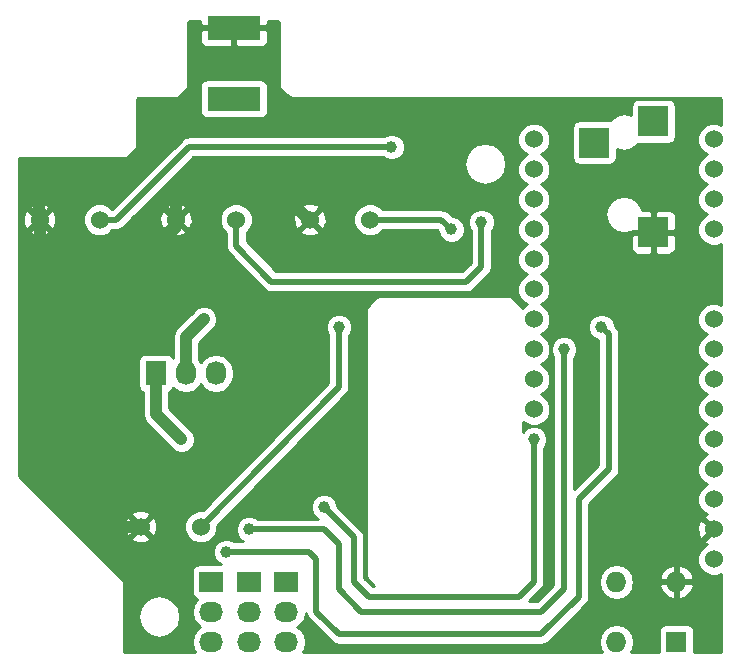
<source format=gbl>
G04 #@! TF.FileFunction,Copper,L2,Bot,Signal*
%FSLAX46Y46*%
G04 Gerber Fmt 4.6, Leading zero omitted, Abs format (unit mm)*
G04 Created by KiCad (PCBNEW 4.0.1-stable) date 2016/08/24 23:14:12*
%MOMM*%
G01*
G04 APERTURE LIST*
%ADD10C,0.100000*%
%ADD11R,1.727200X1.727200*%
%ADD12O,1.727200X1.727200*%
%ADD13C,1.524000*%
%ADD14R,1.727200X2.032000*%
%ADD15O,1.727200X2.032000*%
%ADD16R,4.500000X2.000000*%
%ADD17R,2.032000X1.727200*%
%ADD18O,2.032000X1.727200*%
%ADD19R,2.500000X2.500000*%
%ADD20C,1.000000*%
%ADD21C,1.000000*%
%ADD22C,0.500000*%
%ADD23C,0.254000*%
G04 APERTURE END LIST*
D10*
D11*
X152946100Y-138658600D03*
D12*
X152946100Y-133578600D03*
X147866100Y-138658600D03*
X147866100Y-133578600D03*
D13*
X140881100Y-103733600D03*
X140881100Y-118973600D03*
X156121100Y-131673600D03*
X156121100Y-129133600D03*
X156121100Y-126593600D03*
X156121100Y-124053600D03*
X156121100Y-121513600D03*
X156121100Y-118973600D03*
X156121100Y-96113600D03*
X156121100Y-98653600D03*
X156121100Y-101193600D03*
X156121100Y-103733600D03*
X156121100Y-111353600D03*
X156121100Y-113893600D03*
X156121100Y-116433600D03*
X140881100Y-118973600D03*
X140881100Y-116433600D03*
X140881100Y-113893600D03*
X140881100Y-111353600D03*
X140881100Y-108813600D03*
X140881100Y-106273600D03*
X140881100Y-101193600D03*
X140881100Y-98653600D03*
X140881100Y-96113600D03*
X99021100Y-102913600D03*
X104101100Y-102913600D03*
X110581100Y-102913600D03*
X115661100Y-102913600D03*
X121911100Y-102913600D03*
X126991100Y-102913600D03*
X107601100Y-128903600D03*
X112681100Y-128903600D03*
D14*
X108877100Y-115925600D03*
D15*
X111417100Y-115925600D03*
X113957100Y-115925600D03*
D16*
X115481100Y-86668600D03*
X115481100Y-92668600D03*
D17*
X119926100Y-133578600D03*
D18*
X119926100Y-136118600D03*
X119926100Y-138658600D03*
D17*
X116751100Y-133578600D03*
D18*
X116751100Y-136118600D03*
X116751100Y-138658600D03*
D17*
X113576100Y-133578600D03*
D18*
X113576100Y-136118600D03*
X113576100Y-138658600D03*
D19*
X146001100Y-96378600D03*
X151001100Y-94578600D03*
X151001100Y-103978600D03*
D20*
X112941100Y-111353600D03*
X111036100Y-121513600D03*
X123101100Y-127228600D03*
X140881100Y-121513600D03*
X143421100Y-113893600D03*
X116751100Y-129133600D03*
X114846100Y-131038600D03*
X146596100Y-111988600D03*
X128816100Y-96748600D03*
X109131100Y-94843600D03*
X136436100Y-103098600D03*
X133896100Y-103733600D03*
X124371100Y-111988600D03*
D21*
X112941100Y-111353600D02*
X111417100Y-112877600D01*
X111417100Y-112877600D02*
X111417100Y-115925600D01*
X108877100Y-115925600D02*
X108877100Y-119354600D01*
X108877100Y-119354600D02*
X111036100Y-121513600D01*
D22*
X125641100Y-129768600D02*
X123101100Y-127228600D01*
X125641100Y-133578600D02*
X125641100Y-129768600D01*
X126911100Y-134848600D02*
X125641100Y-133578600D01*
X139611100Y-134848600D02*
X126911100Y-134848600D01*
X140881100Y-133578600D02*
X139611100Y-134848600D01*
X140881100Y-121513600D02*
X140881100Y-133578600D01*
X120561100Y-129133600D02*
X117386100Y-129133600D01*
X143421100Y-113893600D02*
X143421100Y-114528600D01*
X143421100Y-114528600D02*
X143421100Y-134213600D01*
X143421100Y-134213600D02*
X141516100Y-136118600D01*
X141516100Y-136118600D02*
X126276100Y-136118600D01*
X126276100Y-136118600D02*
X124371100Y-134213600D01*
X124371100Y-134213600D02*
X124371100Y-130403600D01*
X124371100Y-130403600D02*
X123101100Y-129133600D01*
X123101100Y-129133600D02*
X120561100Y-129133600D01*
X117386100Y-129133600D02*
X116751100Y-129133600D01*
X121831100Y-131038600D02*
X114846100Y-131038600D01*
X122466100Y-131673600D02*
X121831100Y-131038600D01*
X122466100Y-136118600D02*
X122466100Y-131673600D01*
X124371100Y-138023600D02*
X122466100Y-136118600D01*
X141516100Y-138023600D02*
X124371100Y-138023600D01*
X144691100Y-134848600D02*
X141516100Y-138023600D01*
X144691100Y-126593600D02*
X144691100Y-134848600D01*
X147231100Y-124053600D02*
X144691100Y-126593600D01*
X147231100Y-112623600D02*
X147231100Y-124053600D01*
X146596100Y-111988600D02*
X147231100Y-112623600D01*
X104121100Y-102913600D02*
X105511100Y-102913600D01*
X111671100Y-96748600D02*
X128816100Y-96748600D01*
X105511100Y-102913600D02*
X111671100Y-96748600D01*
D21*
X99021100Y-102903600D02*
X98971100Y-101193600D01*
X109131100Y-96113600D02*
X109131100Y-94843600D01*
X106591100Y-98653600D02*
X109131100Y-96113600D01*
X101511100Y-98653600D02*
X106591100Y-98653600D01*
X98971100Y-101193600D02*
X101511100Y-98653600D01*
X110581100Y-102913600D02*
X110601100Y-101163600D01*
X118571100Y-99903600D02*
X121901100Y-102913600D01*
X111671100Y-99923600D02*
X118571100Y-99903600D01*
X110601100Y-101163600D02*
X111671100Y-99923600D01*
X110581100Y-102913600D02*
X110561100Y-103543600D01*
X107226100Y-106908600D02*
X98971100Y-106908600D01*
X110561100Y-103543600D02*
X107226100Y-106908600D01*
X99021100Y-102903600D02*
X98971100Y-106908600D01*
X98971100Y-106908600D02*
X98971100Y-122148600D01*
X104971100Y-128903600D02*
X107591100Y-128903600D01*
X98971100Y-122148600D02*
X104971100Y-128903600D01*
D22*
X115671100Y-105113600D02*
X115661100Y-102913600D01*
X118656100Y-108178600D02*
X115671100Y-105113600D01*
X135166100Y-108178600D02*
X118656100Y-108178600D01*
X136436100Y-106908600D02*
X135166100Y-108178600D01*
X136436100Y-103098600D02*
X136436100Y-106908600D01*
X133051100Y-102913600D02*
X126991100Y-102913600D01*
X133896100Y-103733600D02*
X133051100Y-102913600D01*
X112691100Y-128953600D02*
X112691100Y-128953600D01*
X124371100Y-117068600D02*
X112691100Y-128953600D01*
X124371100Y-111988600D02*
X124371100Y-117068600D01*
D23*
G36*
X112596100Y-86382850D02*
X112754850Y-86541600D01*
X115354100Y-86541600D01*
X115354100Y-86521600D01*
X115608100Y-86521600D01*
X115608100Y-86541600D01*
X118207350Y-86541600D01*
X118366100Y-86382850D01*
X118366100Y-86054600D01*
X119157364Y-86054600D01*
X119256100Y-86153336D01*
X119256100Y-91409600D01*
X119308243Y-91671738D01*
X119456732Y-91893968D01*
X119956732Y-92393968D01*
X120178962Y-92542457D01*
X120441100Y-92594600D01*
X156627364Y-92594600D01*
X156726100Y-92693336D01*
X156726100Y-94852168D01*
X156400200Y-94716843D01*
X155844439Y-94716358D01*
X155330797Y-94928590D01*
X154937471Y-95321230D01*
X154724343Y-95834500D01*
X154723858Y-96390261D01*
X154936090Y-96903903D01*
X155328730Y-97297229D01*
X155536612Y-97383549D01*
X155330797Y-97468590D01*
X154937471Y-97861230D01*
X154724343Y-98374500D01*
X154723858Y-98930261D01*
X154936090Y-99443903D01*
X155328730Y-99837229D01*
X155536612Y-99923549D01*
X155330797Y-100008590D01*
X154937471Y-100401230D01*
X154724343Y-100914500D01*
X154723858Y-101470261D01*
X154936090Y-101983903D01*
X155328730Y-102377229D01*
X155536612Y-102463549D01*
X155330797Y-102548590D01*
X154937471Y-102941230D01*
X154724343Y-103454500D01*
X154723858Y-104010261D01*
X154936090Y-104523903D01*
X155328730Y-104917229D01*
X155842000Y-105130357D01*
X156397761Y-105130842D01*
X156726100Y-104995175D01*
X156726100Y-110092168D01*
X156400200Y-109956843D01*
X155844439Y-109956358D01*
X155330797Y-110168590D01*
X154937471Y-110561230D01*
X154724343Y-111074500D01*
X154723858Y-111630261D01*
X154936090Y-112143903D01*
X155328730Y-112537229D01*
X155536612Y-112623549D01*
X155330797Y-112708590D01*
X154937471Y-113101230D01*
X154724343Y-113614500D01*
X154723858Y-114170261D01*
X154936090Y-114683903D01*
X155328730Y-115077229D01*
X155536612Y-115163549D01*
X155330797Y-115248590D01*
X154937471Y-115641230D01*
X154724343Y-116154500D01*
X154723858Y-116710261D01*
X154936090Y-117223903D01*
X155328730Y-117617229D01*
X155536612Y-117703549D01*
X155330797Y-117788590D01*
X154937471Y-118181230D01*
X154724343Y-118694500D01*
X154723858Y-119250261D01*
X154936090Y-119763903D01*
X155328730Y-120157229D01*
X155536612Y-120243549D01*
X155330797Y-120328590D01*
X154937471Y-120721230D01*
X154724343Y-121234500D01*
X154723858Y-121790261D01*
X154936090Y-122303903D01*
X155328730Y-122697229D01*
X155536612Y-122783549D01*
X155330797Y-122868590D01*
X154937471Y-123261230D01*
X154724343Y-123774500D01*
X154723858Y-124330261D01*
X154936090Y-124843903D01*
X155328730Y-125237229D01*
X155536612Y-125323549D01*
X155330797Y-125408590D01*
X154937471Y-125801230D01*
X154724343Y-126314500D01*
X154723858Y-126870261D01*
X154936090Y-127383903D01*
X155328730Y-127777229D01*
X155520827Y-127856995D01*
X155389957Y-127911203D01*
X155320492Y-128153387D01*
X156121100Y-128953995D01*
X156135243Y-128939853D01*
X156314848Y-129119458D01*
X156300705Y-129133600D01*
X156314848Y-129147743D01*
X156135243Y-129327348D01*
X156121100Y-129313205D01*
X155320492Y-130113813D01*
X155389957Y-130355997D01*
X155530418Y-130406109D01*
X155330797Y-130488590D01*
X154937471Y-130881230D01*
X154724343Y-131394500D01*
X154723858Y-131950261D01*
X154936090Y-132463903D01*
X155328730Y-132857229D01*
X155842000Y-133070357D01*
X156397761Y-133070842D01*
X156726100Y-132935175D01*
X156726100Y-139474600D01*
X154457140Y-139474600D01*
X154457140Y-137795000D01*
X154412862Y-137559683D01*
X154273790Y-137343559D01*
X154061590Y-137198569D01*
X153809700Y-137147560D01*
X152082500Y-137147560D01*
X151847183Y-137191838D01*
X151631059Y-137330910D01*
X151486069Y-137543110D01*
X151435060Y-137795000D01*
X151435060Y-139474600D01*
X149108202Y-139474600D01*
X149250626Y-139261448D01*
X149364700Y-138687959D01*
X149364700Y-138629241D01*
X149250626Y-138055752D01*
X148925770Y-137569571D01*
X148439589Y-137244715D01*
X147866100Y-137130641D01*
X147292611Y-137244715D01*
X146806430Y-137569571D01*
X146481574Y-138055752D01*
X146367500Y-138629241D01*
X146367500Y-138687959D01*
X146481574Y-139261448D01*
X146623998Y-139474600D01*
X121333330Y-139474600D01*
X121495371Y-139232089D01*
X121609445Y-138658600D01*
X121495371Y-138085111D01*
X121170515Y-137598930D01*
X120855734Y-137388600D01*
X121170515Y-137178270D01*
X121495371Y-136692089D01*
X121595272Y-136189852D01*
X121599947Y-136213351D01*
X121648467Y-136457275D01*
X121787674Y-136665614D01*
X121840310Y-136744390D01*
X123745308Y-138649387D01*
X123745310Y-138649390D01*
X124032425Y-138841233D01*
X124088616Y-138852410D01*
X124371100Y-138908601D01*
X124371105Y-138908600D01*
X141516095Y-138908600D01*
X141516100Y-138908601D01*
X141798584Y-138852410D01*
X141854775Y-138841233D01*
X142141890Y-138649390D01*
X145316887Y-135474392D01*
X145316890Y-135474390D01*
X145508733Y-135187275D01*
X145519910Y-135131084D01*
X145576101Y-134848600D01*
X145576100Y-134848595D01*
X145576100Y-133549241D01*
X146367500Y-133549241D01*
X146367500Y-133607959D01*
X146481574Y-134181448D01*
X146806430Y-134667629D01*
X147292611Y-134992485D01*
X147866100Y-135106559D01*
X148439589Y-134992485D01*
X148925770Y-134667629D01*
X149250626Y-134181448D01*
X149299124Y-133937627D01*
X151491132Y-133937627D01*
X151739279Y-134467090D01*
X152171153Y-134861288D01*
X152587074Y-135033558D01*
X152819100Y-134912417D01*
X152819100Y-133705600D01*
X153073100Y-133705600D01*
X153073100Y-134912417D01*
X153305126Y-135033558D01*
X153721047Y-134861288D01*
X154152921Y-134467090D01*
X154401068Y-133937627D01*
X154280569Y-133705600D01*
X153073100Y-133705600D01*
X152819100Y-133705600D01*
X151611631Y-133705600D01*
X151491132Y-133937627D01*
X149299124Y-133937627D01*
X149364700Y-133607959D01*
X149364700Y-133549241D01*
X149299125Y-133219573D01*
X151491132Y-133219573D01*
X151611631Y-133451600D01*
X152819100Y-133451600D01*
X152819100Y-132244783D01*
X153073100Y-132244783D01*
X153073100Y-133451600D01*
X154280569Y-133451600D01*
X154401068Y-133219573D01*
X154152921Y-132690110D01*
X153721047Y-132295912D01*
X153305126Y-132123642D01*
X153073100Y-132244783D01*
X152819100Y-132244783D01*
X152587074Y-132123642D01*
X152171153Y-132295912D01*
X151739279Y-132690110D01*
X151491132Y-133219573D01*
X149299125Y-133219573D01*
X149250626Y-132975752D01*
X148925770Y-132489571D01*
X148439589Y-132164715D01*
X147866100Y-132050641D01*
X147292611Y-132164715D01*
X146806430Y-132489571D01*
X146481574Y-132975752D01*
X146367500Y-133549241D01*
X145576100Y-133549241D01*
X145576100Y-128925902D01*
X154711956Y-128925902D01*
X154739738Y-129480968D01*
X154898703Y-129864743D01*
X155140887Y-129934208D01*
X155941495Y-129133600D01*
X155140887Y-128332992D01*
X154898703Y-128402457D01*
X154711956Y-128925902D01*
X145576100Y-128925902D01*
X145576100Y-126960180D01*
X147856887Y-124679392D01*
X147856890Y-124679390D01*
X148048733Y-124392275D01*
X148116100Y-124053600D01*
X148116100Y-112623605D01*
X148116101Y-112623600D01*
X148048734Y-112284926D01*
X147955887Y-112145970D01*
X147856890Y-111997810D01*
X147856887Y-111997808D01*
X147731203Y-111872123D01*
X147731297Y-111763825D01*
X147558867Y-111346514D01*
X147239865Y-111026955D01*
X146822856Y-110853797D01*
X146371325Y-110853403D01*
X145954014Y-111025833D01*
X145634455Y-111344835D01*
X145461297Y-111761844D01*
X145460903Y-112213375D01*
X145633333Y-112630686D01*
X145952335Y-112950245D01*
X146346100Y-113113751D01*
X146346100Y-123687021D01*
X144306100Y-125727020D01*
X144306100Y-114613876D01*
X144382745Y-114537365D01*
X144555903Y-114120356D01*
X144556297Y-113668825D01*
X144383867Y-113251514D01*
X144064865Y-112931955D01*
X143647856Y-112758797D01*
X143196325Y-112758403D01*
X142779014Y-112930833D01*
X142459455Y-113249835D01*
X142286297Y-113666844D01*
X142285903Y-114118375D01*
X142458333Y-114535686D01*
X142536100Y-114613589D01*
X142536100Y-133847021D01*
X141149520Y-135233600D01*
X140477680Y-135233600D01*
X141506887Y-134204392D01*
X141506890Y-134204390D01*
X141698733Y-133917275D01*
X141733650Y-133741738D01*
X141766101Y-133578600D01*
X141766100Y-133578595D01*
X141766100Y-122233876D01*
X141842745Y-122157365D01*
X142015903Y-121740356D01*
X142016297Y-121288825D01*
X141843867Y-120871514D01*
X141524865Y-120551955D01*
X141107856Y-120378797D01*
X140656325Y-120378403D01*
X140239014Y-120550833D01*
X139936100Y-120853219D01*
X139936100Y-120004332D01*
X140088730Y-120157229D01*
X140602000Y-120370357D01*
X141157761Y-120370842D01*
X141671403Y-120158610D01*
X142064729Y-119765970D01*
X142277857Y-119252700D01*
X142278342Y-118696939D01*
X142066110Y-118183297D01*
X141673470Y-117789971D01*
X141465588Y-117703651D01*
X141671403Y-117618610D01*
X142064729Y-117225970D01*
X142277857Y-116712700D01*
X142278342Y-116156939D01*
X142066110Y-115643297D01*
X141673470Y-115249971D01*
X141465588Y-115163651D01*
X141671403Y-115078610D01*
X142064729Y-114685970D01*
X142277857Y-114172700D01*
X142278342Y-113616939D01*
X142066110Y-113103297D01*
X141673470Y-112709971D01*
X141465588Y-112623651D01*
X141671403Y-112538610D01*
X142064729Y-112145970D01*
X142277857Y-111632700D01*
X142278342Y-111076939D01*
X142066110Y-110563297D01*
X141673470Y-110169971D01*
X141465588Y-110083651D01*
X141671403Y-109998610D01*
X142064729Y-109605970D01*
X142277857Y-109092700D01*
X142278342Y-108536939D01*
X142066110Y-108023297D01*
X141673470Y-107629971D01*
X141465588Y-107543651D01*
X141671403Y-107458610D01*
X142064729Y-107065970D01*
X142277857Y-106552700D01*
X142278342Y-105996939D01*
X142066110Y-105483297D01*
X141673470Y-105089971D01*
X141465588Y-105003651D01*
X141671403Y-104918610D01*
X142064729Y-104525970D01*
X142173362Y-104264350D01*
X149116100Y-104264350D01*
X149116100Y-105354909D01*
X149212773Y-105588298D01*
X149391401Y-105766927D01*
X149624790Y-105863600D01*
X150715350Y-105863600D01*
X150874100Y-105704850D01*
X150874100Y-104105600D01*
X151128100Y-104105600D01*
X151128100Y-105704850D01*
X151286850Y-105863600D01*
X152377410Y-105863600D01*
X152610799Y-105766927D01*
X152789427Y-105588298D01*
X152886100Y-105354909D01*
X152886100Y-104264350D01*
X152727350Y-104105600D01*
X151128100Y-104105600D01*
X150874100Y-104105600D01*
X149274850Y-104105600D01*
X149116100Y-104264350D01*
X142173362Y-104264350D01*
X142277857Y-104012700D01*
X142278342Y-103456939D01*
X142066110Y-102943297D01*
X141673470Y-102549971D01*
X141465588Y-102463651D01*
X141465711Y-102463600D01*
X146918074Y-102463600D01*
X147038575Y-103069398D01*
X147381732Y-103582968D01*
X147895302Y-103926125D01*
X148501100Y-104046626D01*
X149106898Y-103926125D01*
X149252252Y-103829002D01*
X149274850Y-103851600D01*
X150874100Y-103851600D01*
X150874100Y-102252350D01*
X151128100Y-102252350D01*
X151128100Y-103851600D01*
X152727350Y-103851600D01*
X152886100Y-103692850D01*
X152886100Y-102602291D01*
X152789427Y-102368902D01*
X152610799Y-102190273D01*
X152377410Y-102093600D01*
X151286850Y-102093600D01*
X151128100Y-102252350D01*
X150874100Y-102252350D01*
X150715350Y-102093600D01*
X150010528Y-102093600D01*
X149963625Y-101857802D01*
X149620468Y-101344232D01*
X149106898Y-101001075D01*
X148501100Y-100880574D01*
X147895302Y-101001075D01*
X147381732Y-101344232D01*
X147038575Y-101857802D01*
X146918074Y-102463600D01*
X141465711Y-102463600D01*
X141671403Y-102378610D01*
X142064729Y-101985970D01*
X142277857Y-101472700D01*
X142278342Y-100916939D01*
X142066110Y-100403297D01*
X141673470Y-100009971D01*
X141465588Y-99923651D01*
X141671403Y-99838610D01*
X142064729Y-99445970D01*
X142277857Y-98932700D01*
X142278342Y-98376939D01*
X142066110Y-97863297D01*
X141673470Y-97469971D01*
X141465588Y-97383651D01*
X141671403Y-97298610D01*
X142064729Y-96905970D01*
X142277857Y-96392700D01*
X142278342Y-95836939D01*
X142066110Y-95323297D01*
X141871753Y-95128600D01*
X144103660Y-95128600D01*
X144103660Y-97628600D01*
X144147938Y-97863917D01*
X144287010Y-98080041D01*
X144499210Y-98225031D01*
X144751100Y-98276040D01*
X147251100Y-98276040D01*
X147486417Y-98231762D01*
X147702541Y-98092690D01*
X147847531Y-97880490D01*
X147898540Y-97628600D01*
X147898540Y-96941769D01*
X148501100Y-97061626D01*
X149106898Y-96941125D01*
X149620468Y-96597968D01*
X149707797Y-96467271D01*
X149751100Y-96476040D01*
X152251100Y-96476040D01*
X152486417Y-96431762D01*
X152702541Y-96292690D01*
X152847531Y-96080490D01*
X152898540Y-95828600D01*
X152898540Y-93328600D01*
X152854262Y-93093283D01*
X152715190Y-92877159D01*
X152502990Y-92732169D01*
X152251100Y-92681160D01*
X149751100Y-92681160D01*
X149515783Y-92725438D01*
X149299659Y-92864510D01*
X149154669Y-93076710D01*
X149103660Y-93328600D01*
X149103660Y-94015431D01*
X148501100Y-93895574D01*
X147895302Y-94016075D01*
X147381732Y-94359232D01*
X147294403Y-94489929D01*
X147251100Y-94481160D01*
X144751100Y-94481160D01*
X144515783Y-94525438D01*
X144299659Y-94664510D01*
X144154669Y-94876710D01*
X144103660Y-95128600D01*
X141871753Y-95128600D01*
X141673470Y-94929971D01*
X141160200Y-94716843D01*
X140604439Y-94716358D01*
X140090797Y-94928590D01*
X139697471Y-95321230D01*
X139484343Y-95834500D01*
X139483858Y-96390261D01*
X139696090Y-96903903D01*
X140088730Y-97297229D01*
X140296612Y-97383549D01*
X140090797Y-97468590D01*
X139697471Y-97861230D01*
X139484343Y-98374500D01*
X139483858Y-98930261D01*
X139696090Y-99443903D01*
X140088730Y-99837229D01*
X140296612Y-99923549D01*
X140090797Y-100008590D01*
X139697471Y-100401230D01*
X139484343Y-100914500D01*
X139483858Y-101470261D01*
X139696090Y-101983903D01*
X140088730Y-102377229D01*
X140296612Y-102463549D01*
X140090797Y-102548590D01*
X139697471Y-102941230D01*
X139484343Y-103454500D01*
X139483858Y-104010261D01*
X139696090Y-104523903D01*
X140088730Y-104917229D01*
X140296612Y-105003549D01*
X140090797Y-105088590D01*
X139697471Y-105481230D01*
X139484343Y-105994500D01*
X139483858Y-106550261D01*
X139696090Y-107063903D01*
X140088730Y-107457229D01*
X140296612Y-107543549D01*
X140090797Y-107628590D01*
X139697471Y-108021230D01*
X139484343Y-108534500D01*
X139483858Y-109090261D01*
X139696090Y-109603903D01*
X140088730Y-109997229D01*
X140296612Y-110083549D01*
X140090797Y-110168590D01*
X139891858Y-110367182D01*
X139883957Y-110327462D01*
X139735468Y-110105232D01*
X139235468Y-109605232D01*
X139013238Y-109456743D01*
X138751100Y-109404600D01*
X127851100Y-109404600D01*
X127588962Y-109456743D01*
X127366732Y-109605232D01*
X126876732Y-110095232D01*
X126728243Y-110317462D01*
X126676100Y-110579600D01*
X126676100Y-132989600D01*
X126728243Y-133251738D01*
X126876732Y-133473968D01*
X127366364Y-133963600D01*
X127277679Y-133963600D01*
X126526100Y-133212020D01*
X126526100Y-129768600D01*
X126458733Y-129429925D01*
X126266890Y-129142810D01*
X126266887Y-129142808D01*
X124236203Y-127112123D01*
X124236297Y-127003825D01*
X124063867Y-126586514D01*
X123744865Y-126266955D01*
X123327856Y-126093797D01*
X122876325Y-126093403D01*
X122459014Y-126265833D01*
X122139455Y-126584835D01*
X121966297Y-127001844D01*
X121965903Y-127453375D01*
X122138333Y-127870686D01*
X122457335Y-128190245D01*
X122597869Y-128248600D01*
X117471376Y-128248600D01*
X117394865Y-128171955D01*
X116977856Y-127998797D01*
X116526325Y-127998403D01*
X116109014Y-128170833D01*
X115789455Y-128489835D01*
X115616297Y-128906844D01*
X115615903Y-129358375D01*
X115788333Y-129775686D01*
X116107335Y-130095245D01*
X116247869Y-130153600D01*
X115566376Y-130153600D01*
X115489865Y-130076955D01*
X115072856Y-129903797D01*
X114621325Y-129903403D01*
X114204014Y-130075833D01*
X113884455Y-130394835D01*
X113711297Y-130811844D01*
X113710903Y-131263375D01*
X113883333Y-131680686D01*
X114202335Y-132000245D01*
X114364447Y-132067560D01*
X112560100Y-132067560D01*
X112324783Y-132111838D01*
X112108659Y-132250910D01*
X111963669Y-132463110D01*
X111912660Y-132715000D01*
X111912660Y-134442200D01*
X111956938Y-134677517D01*
X112096010Y-134893641D01*
X112308210Y-135038631D01*
X112349539Y-135047000D01*
X112331685Y-135058930D01*
X112006829Y-135545111D01*
X111892755Y-136118600D01*
X112006829Y-136692089D01*
X112331685Y-137178270D01*
X112646466Y-137388600D01*
X112331685Y-137598930D01*
X112006829Y-138085111D01*
X111892755Y-138658600D01*
X112006829Y-139232089D01*
X112168870Y-139474600D01*
X106206100Y-139474600D01*
X106206100Y-136506800D01*
X107355700Y-136506800D01*
X107491575Y-137189890D01*
X107878514Y-137768986D01*
X108457610Y-138155925D01*
X109140700Y-138291800D01*
X109823790Y-138155925D01*
X110402886Y-137768986D01*
X110789825Y-137189890D01*
X110925700Y-136506800D01*
X110789825Y-135823710D01*
X110402886Y-135244614D01*
X109823790Y-134857675D01*
X109140700Y-134721800D01*
X108457610Y-134857675D01*
X107878514Y-135244614D01*
X107491575Y-135823710D01*
X107355700Y-136506800D01*
X106206100Y-136506800D01*
X106206100Y-133829600D01*
X106153957Y-133567462D01*
X106005468Y-133345232D01*
X102544049Y-129883813D01*
X106800492Y-129883813D01*
X106869957Y-130125997D01*
X107393402Y-130312744D01*
X107948468Y-130284962D01*
X108332243Y-130125997D01*
X108401708Y-129883813D01*
X107601100Y-129083205D01*
X106800492Y-129883813D01*
X102544049Y-129883813D01*
X101356138Y-128695902D01*
X106191956Y-128695902D01*
X106219738Y-129250968D01*
X106378703Y-129634743D01*
X106620887Y-129704208D01*
X107421495Y-128903600D01*
X107780705Y-128903600D01*
X108581313Y-129704208D01*
X108823497Y-129634743D01*
X108985640Y-129180261D01*
X111283858Y-129180261D01*
X111496090Y-129693903D01*
X111888730Y-130087229D01*
X112402000Y-130300357D01*
X112957761Y-130300842D01*
X113471403Y-130088610D01*
X113864729Y-129695970D01*
X114077857Y-129182700D01*
X114078187Y-128804779D01*
X125002310Y-117688922D01*
X125094909Y-117547693D01*
X125188733Y-117407275D01*
X125189498Y-117403430D01*
X125191649Y-117400149D01*
X125223165Y-117234174D01*
X125256100Y-117068600D01*
X125256100Y-112708876D01*
X125332745Y-112632365D01*
X125505903Y-112215356D01*
X125506297Y-111763825D01*
X125333867Y-111346514D01*
X125014865Y-111026955D01*
X124597856Y-110853797D01*
X124146325Y-110853403D01*
X123729014Y-111025833D01*
X123409455Y-111344835D01*
X123236297Y-111761844D01*
X123235903Y-112213375D01*
X123408333Y-112630686D01*
X123486100Y-112708589D01*
X123486100Y-116706523D01*
X112872146Y-127506766D01*
X112404439Y-127506358D01*
X111890797Y-127718590D01*
X111497471Y-128111230D01*
X111284343Y-128624500D01*
X111283858Y-129180261D01*
X108985640Y-129180261D01*
X109010244Y-129111298D01*
X108982462Y-128556232D01*
X108823497Y-128172457D01*
X108581313Y-128102992D01*
X107780705Y-128903600D01*
X107421495Y-128903600D01*
X106620887Y-128102992D01*
X106378703Y-128172457D01*
X106191956Y-128695902D01*
X101356138Y-128695902D01*
X100583623Y-127923387D01*
X106800492Y-127923387D01*
X107601100Y-128723995D01*
X108401708Y-127923387D01*
X108332243Y-127681203D01*
X107808798Y-127494456D01*
X107253732Y-127522238D01*
X106869957Y-127681203D01*
X106800492Y-127923387D01*
X100583623Y-127923387D01*
X97296100Y-124635864D01*
X97296100Y-114909600D01*
X107366060Y-114909600D01*
X107366060Y-116941600D01*
X107410338Y-117176917D01*
X107549410Y-117393041D01*
X107742100Y-117524700D01*
X107742100Y-119354600D01*
X107828497Y-119788946D01*
X108047267Y-120116358D01*
X108074534Y-120157166D01*
X110233120Y-122315752D01*
X110392335Y-122475245D01*
X110809344Y-122648403D01*
X111260875Y-122648797D01*
X111678186Y-122476367D01*
X111997745Y-122157365D01*
X112170903Y-121740356D01*
X112171297Y-121288825D01*
X111998867Y-120871514D01*
X111679865Y-120551955D01*
X111679390Y-120551758D01*
X110012100Y-118884468D01*
X110012100Y-117521543D01*
X110192141Y-117405690D01*
X110337131Y-117193490D01*
X110345500Y-117152161D01*
X110357430Y-117170015D01*
X110843611Y-117494871D01*
X111417100Y-117608945D01*
X111990589Y-117494871D01*
X112476770Y-117170015D01*
X112687100Y-116855234D01*
X112897430Y-117170015D01*
X113383611Y-117494871D01*
X113957100Y-117608945D01*
X114530589Y-117494871D01*
X115016770Y-117170015D01*
X115341626Y-116683834D01*
X115455700Y-116110345D01*
X115455700Y-115740855D01*
X115341626Y-115167366D01*
X115016770Y-114681185D01*
X114530589Y-114356329D01*
X113957100Y-114242255D01*
X113383611Y-114356329D01*
X112897430Y-114681185D01*
X112687100Y-114995966D01*
X112552100Y-114793924D01*
X112552100Y-113347732D01*
X113743666Y-112156167D01*
X113743667Y-112156166D01*
X113902745Y-111997365D01*
X114075903Y-111580356D01*
X114076297Y-111128825D01*
X113903867Y-110711514D01*
X113584865Y-110391955D01*
X113167856Y-110218797D01*
X112716325Y-110218403D01*
X112299014Y-110390833D01*
X111979455Y-110709835D01*
X111979258Y-110710309D01*
X110614534Y-112075034D01*
X110368497Y-112443254D01*
X110282100Y-112877600D01*
X110282100Y-114578302D01*
X110204790Y-114458159D01*
X109992590Y-114313169D01*
X109740700Y-114262160D01*
X108013500Y-114262160D01*
X107778183Y-114306438D01*
X107562059Y-114445510D01*
X107417069Y-114657710D01*
X107366060Y-114909600D01*
X97296100Y-114909600D01*
X97296100Y-103893813D01*
X98220492Y-103893813D01*
X98289957Y-104135997D01*
X98813402Y-104322744D01*
X99368468Y-104294962D01*
X99752243Y-104135997D01*
X99821708Y-103893813D01*
X99021100Y-103093205D01*
X98220492Y-103893813D01*
X97296100Y-103893813D01*
X97296100Y-102705902D01*
X97611956Y-102705902D01*
X97639738Y-103260968D01*
X97798703Y-103644743D01*
X98040887Y-103714208D01*
X98841495Y-102913600D01*
X99200705Y-102913600D01*
X100001313Y-103714208D01*
X100243497Y-103644743D01*
X100405640Y-103190261D01*
X102703858Y-103190261D01*
X102916090Y-103703903D01*
X103308730Y-104097229D01*
X103822000Y-104310357D01*
X104377761Y-104310842D01*
X104891403Y-104098610D01*
X105096557Y-103893813D01*
X109780492Y-103893813D01*
X109849957Y-104135997D01*
X110373402Y-104322744D01*
X110928468Y-104294962D01*
X111312243Y-104135997D01*
X111381708Y-103893813D01*
X110581100Y-103093205D01*
X109780492Y-103893813D01*
X105096557Y-103893813D01*
X105191937Y-103798600D01*
X105511100Y-103798600D01*
X105511277Y-103798565D01*
X105511459Y-103798601D01*
X105682257Y-103764555D01*
X105849775Y-103731233D01*
X105849926Y-103731132D01*
X105850106Y-103731096D01*
X105992958Y-103635562D01*
X106136890Y-103539390D01*
X106136992Y-103539237D01*
X106137143Y-103539136D01*
X106969701Y-102705902D01*
X109171956Y-102705902D01*
X109199738Y-103260968D01*
X109358703Y-103644743D01*
X109600887Y-103714208D01*
X110401495Y-102913600D01*
X110760705Y-102913600D01*
X111561313Y-103714208D01*
X111803497Y-103644743D01*
X111965640Y-103190261D01*
X114263858Y-103190261D01*
X114476090Y-103703903D01*
X114781072Y-104009418D01*
X114786109Y-105117623D01*
X114819019Y-105279229D01*
X114849060Y-105441434D01*
X114853418Y-105448147D01*
X114855015Y-105455988D01*
X114947277Y-105592720D01*
X115037091Y-105731061D01*
X118022091Y-108796061D01*
X118027000Y-108799435D01*
X118030310Y-108804390D01*
X118169100Y-108897126D01*
X118306644Y-108991684D01*
X118312472Y-108992924D01*
X118317425Y-108996233D01*
X118481109Y-109028792D01*
X118644399Y-109063523D01*
X118650258Y-109062438D01*
X118656100Y-109063600D01*
X135166095Y-109063600D01*
X135166100Y-109063601D01*
X135448584Y-109007410D01*
X135504775Y-108996233D01*
X135791890Y-108804390D01*
X137061887Y-107534392D01*
X137061890Y-107534390D01*
X137253733Y-107247275D01*
X137321101Y-106908600D01*
X137321100Y-106908595D01*
X137321100Y-103818876D01*
X137397745Y-103742365D01*
X137570903Y-103325356D01*
X137571297Y-102873825D01*
X137398867Y-102456514D01*
X137079865Y-102136955D01*
X136662856Y-101963797D01*
X136211325Y-101963403D01*
X135794014Y-102135833D01*
X135474455Y-102454835D01*
X135301297Y-102871844D01*
X135300903Y-103323375D01*
X135473333Y-103740686D01*
X135551100Y-103818589D01*
X135551100Y-106542021D01*
X134799520Y-107293600D01*
X119029553Y-107293600D01*
X116554466Y-104752179D01*
X116551044Y-103999143D01*
X116656557Y-103893813D01*
X121110492Y-103893813D01*
X121179957Y-104135997D01*
X121703402Y-104322744D01*
X122258468Y-104294962D01*
X122642243Y-104135997D01*
X122711708Y-103893813D01*
X121911100Y-103093205D01*
X121110492Y-103893813D01*
X116656557Y-103893813D01*
X116844729Y-103705970D01*
X117057857Y-103192700D01*
X117058281Y-102705902D01*
X120501956Y-102705902D01*
X120529738Y-103260968D01*
X120688703Y-103644743D01*
X120930887Y-103714208D01*
X121731495Y-102913600D01*
X122090705Y-102913600D01*
X122891313Y-103714208D01*
X123133497Y-103644743D01*
X123295640Y-103190261D01*
X125593858Y-103190261D01*
X125806090Y-103703903D01*
X126198730Y-104097229D01*
X126712000Y-104310357D01*
X127267761Y-104310842D01*
X127781403Y-104098610D01*
X128081937Y-103798600D01*
X132692280Y-103798600D01*
X132760984Y-103865271D01*
X132760903Y-103958375D01*
X132933333Y-104375686D01*
X133252335Y-104695245D01*
X133669344Y-104868403D01*
X134120875Y-104868797D01*
X134538186Y-104696367D01*
X134857745Y-104377365D01*
X135030903Y-103960356D01*
X135031297Y-103508825D01*
X134858867Y-103091514D01*
X134539865Y-102771955D01*
X134122856Y-102598797D01*
X133997387Y-102598688D01*
X133667424Y-102278486D01*
X133527928Y-102188277D01*
X133389775Y-102095967D01*
X133383142Y-102094648D01*
X133377461Y-102090974D01*
X133214011Y-102061005D01*
X133051100Y-102028600D01*
X128081578Y-102028600D01*
X127783470Y-101729971D01*
X127270200Y-101516843D01*
X126714439Y-101516358D01*
X126200797Y-101728590D01*
X125807471Y-102121230D01*
X125594343Y-102634500D01*
X125593858Y-103190261D01*
X123295640Y-103190261D01*
X123320244Y-103121298D01*
X123292462Y-102566232D01*
X123133497Y-102182457D01*
X122891313Y-102112992D01*
X122090705Y-102913600D01*
X121731495Y-102913600D01*
X120930887Y-102112992D01*
X120688703Y-102182457D01*
X120501956Y-102705902D01*
X117058281Y-102705902D01*
X117058342Y-102636939D01*
X116846110Y-102123297D01*
X116656532Y-101933387D01*
X121110492Y-101933387D01*
X121911100Y-102733995D01*
X122711708Y-101933387D01*
X122642243Y-101691203D01*
X122118798Y-101504456D01*
X121563732Y-101532238D01*
X121179957Y-101691203D01*
X121110492Y-101933387D01*
X116656532Y-101933387D01*
X116453470Y-101729971D01*
X115940200Y-101516843D01*
X115384439Y-101516358D01*
X114870797Y-101728590D01*
X114477471Y-102121230D01*
X114264343Y-102634500D01*
X114263858Y-103190261D01*
X111965640Y-103190261D01*
X111990244Y-103121298D01*
X111962462Y-102566232D01*
X111803497Y-102182457D01*
X111561313Y-102112992D01*
X110760705Y-102913600D01*
X110401495Y-102913600D01*
X109600887Y-102112992D01*
X109358703Y-102182457D01*
X109171956Y-102705902D01*
X106969701Y-102705902D01*
X107741589Y-101933387D01*
X109780492Y-101933387D01*
X110581100Y-102733995D01*
X111381708Y-101933387D01*
X111312243Y-101691203D01*
X110788798Y-101504456D01*
X110233732Y-101532238D01*
X109849957Y-101691203D01*
X109780492Y-101933387D01*
X107741589Y-101933387D01*
X111485136Y-98186800D01*
X134975700Y-98186800D01*
X135111575Y-98869890D01*
X135498514Y-99448986D01*
X136077610Y-99835925D01*
X136760700Y-99971800D01*
X137443790Y-99835925D01*
X138022886Y-99448986D01*
X138409825Y-98869890D01*
X138545700Y-98186800D01*
X138409825Y-97503710D01*
X138022886Y-96924614D01*
X137443790Y-96537675D01*
X136760700Y-96401800D01*
X136077610Y-96537675D01*
X135498514Y-96924614D01*
X135111575Y-97503710D01*
X134975700Y-98186800D01*
X111485136Y-98186800D01*
X112037888Y-97633600D01*
X128095824Y-97633600D01*
X128172335Y-97710245D01*
X128589344Y-97883403D01*
X129040875Y-97883797D01*
X129458186Y-97711367D01*
X129777745Y-97392365D01*
X129950903Y-96975356D01*
X129951297Y-96523825D01*
X129778867Y-96106514D01*
X129459865Y-95786955D01*
X129042856Y-95613797D01*
X128591325Y-95613403D01*
X128174014Y-95785833D01*
X128096111Y-95863600D01*
X111671100Y-95863600D01*
X111670923Y-95863635D01*
X111670741Y-95863599D01*
X111499943Y-95897645D01*
X111332425Y-95930967D01*
X111332274Y-95931068D01*
X111332094Y-95931104D01*
X111189242Y-96026638D01*
X111045310Y-96122810D01*
X111045208Y-96122963D01*
X111045057Y-96123064D01*
X105167955Y-102004936D01*
X104893470Y-101729971D01*
X104380200Y-101516843D01*
X103824439Y-101516358D01*
X103310797Y-101728590D01*
X102917471Y-102121230D01*
X102704343Y-102634500D01*
X102703858Y-103190261D01*
X100405640Y-103190261D01*
X100430244Y-103121298D01*
X100402462Y-102566232D01*
X100243497Y-102182457D01*
X100001313Y-102112992D01*
X99200705Y-102913600D01*
X98841495Y-102913600D01*
X98040887Y-102112992D01*
X97798703Y-102182457D01*
X97611956Y-102705902D01*
X97296100Y-102705902D01*
X97296100Y-101933387D01*
X98220492Y-101933387D01*
X99021100Y-102733995D01*
X99821708Y-101933387D01*
X99752243Y-101691203D01*
X99228798Y-101504456D01*
X98673732Y-101532238D01*
X98289957Y-101691203D01*
X98220492Y-101933387D01*
X97296100Y-101933387D01*
X97296100Y-97714600D01*
X106111100Y-97714600D01*
X106373238Y-97662457D01*
X106595468Y-97513968D01*
X107085468Y-97023968D01*
X107233957Y-96801738D01*
X107286100Y-96539600D01*
X107286100Y-92723336D01*
X107384836Y-92624600D01*
X110441100Y-92624600D01*
X110703238Y-92572457D01*
X110925468Y-92423968D01*
X111425468Y-91923968D01*
X111573957Y-91701738D01*
X111580548Y-91668600D01*
X112583660Y-91668600D01*
X112583660Y-93668600D01*
X112627938Y-93903917D01*
X112767010Y-94120041D01*
X112979210Y-94265031D01*
X113231100Y-94316040D01*
X117731100Y-94316040D01*
X117966417Y-94271762D01*
X118182541Y-94132690D01*
X118327531Y-93920490D01*
X118378540Y-93668600D01*
X118378540Y-91668600D01*
X118334262Y-91433283D01*
X118195190Y-91217159D01*
X117982990Y-91072169D01*
X117731100Y-91021160D01*
X113231100Y-91021160D01*
X112995783Y-91065438D01*
X112779659Y-91204510D01*
X112634669Y-91416710D01*
X112583660Y-91668600D01*
X111580548Y-91668600D01*
X111626100Y-91439600D01*
X111626100Y-86954350D01*
X112596100Y-86954350D01*
X112596100Y-87794909D01*
X112692773Y-88028298D01*
X112871401Y-88206927D01*
X113104790Y-88303600D01*
X115195350Y-88303600D01*
X115354100Y-88144850D01*
X115354100Y-86795600D01*
X115608100Y-86795600D01*
X115608100Y-88144850D01*
X115766850Y-88303600D01*
X117857410Y-88303600D01*
X118090799Y-88206927D01*
X118269427Y-88028298D01*
X118366100Y-87794909D01*
X118366100Y-86954350D01*
X118207350Y-86795600D01*
X115608100Y-86795600D01*
X115354100Y-86795600D01*
X112754850Y-86795600D01*
X112596100Y-86954350D01*
X111626100Y-86954350D01*
X111626100Y-86153336D01*
X111724836Y-86054600D01*
X112596100Y-86054600D01*
X112596100Y-86382850D01*
X112596100Y-86382850D01*
G37*
X112596100Y-86382850D02*
X112754850Y-86541600D01*
X115354100Y-86541600D01*
X115354100Y-86521600D01*
X115608100Y-86521600D01*
X115608100Y-86541600D01*
X118207350Y-86541600D01*
X118366100Y-86382850D01*
X118366100Y-86054600D01*
X119157364Y-86054600D01*
X119256100Y-86153336D01*
X119256100Y-91409600D01*
X119308243Y-91671738D01*
X119456732Y-91893968D01*
X119956732Y-92393968D01*
X120178962Y-92542457D01*
X120441100Y-92594600D01*
X156627364Y-92594600D01*
X156726100Y-92693336D01*
X156726100Y-94852168D01*
X156400200Y-94716843D01*
X155844439Y-94716358D01*
X155330797Y-94928590D01*
X154937471Y-95321230D01*
X154724343Y-95834500D01*
X154723858Y-96390261D01*
X154936090Y-96903903D01*
X155328730Y-97297229D01*
X155536612Y-97383549D01*
X155330797Y-97468590D01*
X154937471Y-97861230D01*
X154724343Y-98374500D01*
X154723858Y-98930261D01*
X154936090Y-99443903D01*
X155328730Y-99837229D01*
X155536612Y-99923549D01*
X155330797Y-100008590D01*
X154937471Y-100401230D01*
X154724343Y-100914500D01*
X154723858Y-101470261D01*
X154936090Y-101983903D01*
X155328730Y-102377229D01*
X155536612Y-102463549D01*
X155330797Y-102548590D01*
X154937471Y-102941230D01*
X154724343Y-103454500D01*
X154723858Y-104010261D01*
X154936090Y-104523903D01*
X155328730Y-104917229D01*
X155842000Y-105130357D01*
X156397761Y-105130842D01*
X156726100Y-104995175D01*
X156726100Y-110092168D01*
X156400200Y-109956843D01*
X155844439Y-109956358D01*
X155330797Y-110168590D01*
X154937471Y-110561230D01*
X154724343Y-111074500D01*
X154723858Y-111630261D01*
X154936090Y-112143903D01*
X155328730Y-112537229D01*
X155536612Y-112623549D01*
X155330797Y-112708590D01*
X154937471Y-113101230D01*
X154724343Y-113614500D01*
X154723858Y-114170261D01*
X154936090Y-114683903D01*
X155328730Y-115077229D01*
X155536612Y-115163549D01*
X155330797Y-115248590D01*
X154937471Y-115641230D01*
X154724343Y-116154500D01*
X154723858Y-116710261D01*
X154936090Y-117223903D01*
X155328730Y-117617229D01*
X155536612Y-117703549D01*
X155330797Y-117788590D01*
X154937471Y-118181230D01*
X154724343Y-118694500D01*
X154723858Y-119250261D01*
X154936090Y-119763903D01*
X155328730Y-120157229D01*
X155536612Y-120243549D01*
X155330797Y-120328590D01*
X154937471Y-120721230D01*
X154724343Y-121234500D01*
X154723858Y-121790261D01*
X154936090Y-122303903D01*
X155328730Y-122697229D01*
X155536612Y-122783549D01*
X155330797Y-122868590D01*
X154937471Y-123261230D01*
X154724343Y-123774500D01*
X154723858Y-124330261D01*
X154936090Y-124843903D01*
X155328730Y-125237229D01*
X155536612Y-125323549D01*
X155330797Y-125408590D01*
X154937471Y-125801230D01*
X154724343Y-126314500D01*
X154723858Y-126870261D01*
X154936090Y-127383903D01*
X155328730Y-127777229D01*
X155520827Y-127856995D01*
X155389957Y-127911203D01*
X155320492Y-128153387D01*
X156121100Y-128953995D01*
X156135243Y-128939853D01*
X156314848Y-129119458D01*
X156300705Y-129133600D01*
X156314848Y-129147743D01*
X156135243Y-129327348D01*
X156121100Y-129313205D01*
X155320492Y-130113813D01*
X155389957Y-130355997D01*
X155530418Y-130406109D01*
X155330797Y-130488590D01*
X154937471Y-130881230D01*
X154724343Y-131394500D01*
X154723858Y-131950261D01*
X154936090Y-132463903D01*
X155328730Y-132857229D01*
X155842000Y-133070357D01*
X156397761Y-133070842D01*
X156726100Y-132935175D01*
X156726100Y-139474600D01*
X154457140Y-139474600D01*
X154457140Y-137795000D01*
X154412862Y-137559683D01*
X154273790Y-137343559D01*
X154061590Y-137198569D01*
X153809700Y-137147560D01*
X152082500Y-137147560D01*
X151847183Y-137191838D01*
X151631059Y-137330910D01*
X151486069Y-137543110D01*
X151435060Y-137795000D01*
X151435060Y-139474600D01*
X149108202Y-139474600D01*
X149250626Y-139261448D01*
X149364700Y-138687959D01*
X149364700Y-138629241D01*
X149250626Y-138055752D01*
X148925770Y-137569571D01*
X148439589Y-137244715D01*
X147866100Y-137130641D01*
X147292611Y-137244715D01*
X146806430Y-137569571D01*
X146481574Y-138055752D01*
X146367500Y-138629241D01*
X146367500Y-138687959D01*
X146481574Y-139261448D01*
X146623998Y-139474600D01*
X121333330Y-139474600D01*
X121495371Y-139232089D01*
X121609445Y-138658600D01*
X121495371Y-138085111D01*
X121170515Y-137598930D01*
X120855734Y-137388600D01*
X121170515Y-137178270D01*
X121495371Y-136692089D01*
X121595272Y-136189852D01*
X121599947Y-136213351D01*
X121648467Y-136457275D01*
X121787674Y-136665614D01*
X121840310Y-136744390D01*
X123745308Y-138649387D01*
X123745310Y-138649390D01*
X124032425Y-138841233D01*
X124088616Y-138852410D01*
X124371100Y-138908601D01*
X124371105Y-138908600D01*
X141516095Y-138908600D01*
X141516100Y-138908601D01*
X141798584Y-138852410D01*
X141854775Y-138841233D01*
X142141890Y-138649390D01*
X145316887Y-135474392D01*
X145316890Y-135474390D01*
X145508733Y-135187275D01*
X145519910Y-135131084D01*
X145576101Y-134848600D01*
X145576100Y-134848595D01*
X145576100Y-133549241D01*
X146367500Y-133549241D01*
X146367500Y-133607959D01*
X146481574Y-134181448D01*
X146806430Y-134667629D01*
X147292611Y-134992485D01*
X147866100Y-135106559D01*
X148439589Y-134992485D01*
X148925770Y-134667629D01*
X149250626Y-134181448D01*
X149299124Y-133937627D01*
X151491132Y-133937627D01*
X151739279Y-134467090D01*
X152171153Y-134861288D01*
X152587074Y-135033558D01*
X152819100Y-134912417D01*
X152819100Y-133705600D01*
X153073100Y-133705600D01*
X153073100Y-134912417D01*
X153305126Y-135033558D01*
X153721047Y-134861288D01*
X154152921Y-134467090D01*
X154401068Y-133937627D01*
X154280569Y-133705600D01*
X153073100Y-133705600D01*
X152819100Y-133705600D01*
X151611631Y-133705600D01*
X151491132Y-133937627D01*
X149299124Y-133937627D01*
X149364700Y-133607959D01*
X149364700Y-133549241D01*
X149299125Y-133219573D01*
X151491132Y-133219573D01*
X151611631Y-133451600D01*
X152819100Y-133451600D01*
X152819100Y-132244783D01*
X153073100Y-132244783D01*
X153073100Y-133451600D01*
X154280569Y-133451600D01*
X154401068Y-133219573D01*
X154152921Y-132690110D01*
X153721047Y-132295912D01*
X153305126Y-132123642D01*
X153073100Y-132244783D01*
X152819100Y-132244783D01*
X152587074Y-132123642D01*
X152171153Y-132295912D01*
X151739279Y-132690110D01*
X151491132Y-133219573D01*
X149299125Y-133219573D01*
X149250626Y-132975752D01*
X148925770Y-132489571D01*
X148439589Y-132164715D01*
X147866100Y-132050641D01*
X147292611Y-132164715D01*
X146806430Y-132489571D01*
X146481574Y-132975752D01*
X146367500Y-133549241D01*
X145576100Y-133549241D01*
X145576100Y-128925902D01*
X154711956Y-128925902D01*
X154739738Y-129480968D01*
X154898703Y-129864743D01*
X155140887Y-129934208D01*
X155941495Y-129133600D01*
X155140887Y-128332992D01*
X154898703Y-128402457D01*
X154711956Y-128925902D01*
X145576100Y-128925902D01*
X145576100Y-126960180D01*
X147856887Y-124679392D01*
X147856890Y-124679390D01*
X148048733Y-124392275D01*
X148116100Y-124053600D01*
X148116100Y-112623605D01*
X148116101Y-112623600D01*
X148048734Y-112284926D01*
X147955887Y-112145970D01*
X147856890Y-111997810D01*
X147856887Y-111997808D01*
X147731203Y-111872123D01*
X147731297Y-111763825D01*
X147558867Y-111346514D01*
X147239865Y-111026955D01*
X146822856Y-110853797D01*
X146371325Y-110853403D01*
X145954014Y-111025833D01*
X145634455Y-111344835D01*
X145461297Y-111761844D01*
X145460903Y-112213375D01*
X145633333Y-112630686D01*
X145952335Y-112950245D01*
X146346100Y-113113751D01*
X146346100Y-123687021D01*
X144306100Y-125727020D01*
X144306100Y-114613876D01*
X144382745Y-114537365D01*
X144555903Y-114120356D01*
X144556297Y-113668825D01*
X144383867Y-113251514D01*
X144064865Y-112931955D01*
X143647856Y-112758797D01*
X143196325Y-112758403D01*
X142779014Y-112930833D01*
X142459455Y-113249835D01*
X142286297Y-113666844D01*
X142285903Y-114118375D01*
X142458333Y-114535686D01*
X142536100Y-114613589D01*
X142536100Y-133847021D01*
X141149520Y-135233600D01*
X140477680Y-135233600D01*
X141506887Y-134204392D01*
X141506890Y-134204390D01*
X141698733Y-133917275D01*
X141733650Y-133741738D01*
X141766101Y-133578600D01*
X141766100Y-133578595D01*
X141766100Y-122233876D01*
X141842745Y-122157365D01*
X142015903Y-121740356D01*
X142016297Y-121288825D01*
X141843867Y-120871514D01*
X141524865Y-120551955D01*
X141107856Y-120378797D01*
X140656325Y-120378403D01*
X140239014Y-120550833D01*
X139936100Y-120853219D01*
X139936100Y-120004332D01*
X140088730Y-120157229D01*
X140602000Y-120370357D01*
X141157761Y-120370842D01*
X141671403Y-120158610D01*
X142064729Y-119765970D01*
X142277857Y-119252700D01*
X142278342Y-118696939D01*
X142066110Y-118183297D01*
X141673470Y-117789971D01*
X141465588Y-117703651D01*
X141671403Y-117618610D01*
X142064729Y-117225970D01*
X142277857Y-116712700D01*
X142278342Y-116156939D01*
X142066110Y-115643297D01*
X141673470Y-115249971D01*
X141465588Y-115163651D01*
X141671403Y-115078610D01*
X142064729Y-114685970D01*
X142277857Y-114172700D01*
X142278342Y-113616939D01*
X142066110Y-113103297D01*
X141673470Y-112709971D01*
X141465588Y-112623651D01*
X141671403Y-112538610D01*
X142064729Y-112145970D01*
X142277857Y-111632700D01*
X142278342Y-111076939D01*
X142066110Y-110563297D01*
X141673470Y-110169971D01*
X141465588Y-110083651D01*
X141671403Y-109998610D01*
X142064729Y-109605970D01*
X142277857Y-109092700D01*
X142278342Y-108536939D01*
X142066110Y-108023297D01*
X141673470Y-107629971D01*
X141465588Y-107543651D01*
X141671403Y-107458610D01*
X142064729Y-107065970D01*
X142277857Y-106552700D01*
X142278342Y-105996939D01*
X142066110Y-105483297D01*
X141673470Y-105089971D01*
X141465588Y-105003651D01*
X141671403Y-104918610D01*
X142064729Y-104525970D01*
X142173362Y-104264350D01*
X149116100Y-104264350D01*
X149116100Y-105354909D01*
X149212773Y-105588298D01*
X149391401Y-105766927D01*
X149624790Y-105863600D01*
X150715350Y-105863600D01*
X150874100Y-105704850D01*
X150874100Y-104105600D01*
X151128100Y-104105600D01*
X151128100Y-105704850D01*
X151286850Y-105863600D01*
X152377410Y-105863600D01*
X152610799Y-105766927D01*
X152789427Y-105588298D01*
X152886100Y-105354909D01*
X152886100Y-104264350D01*
X152727350Y-104105600D01*
X151128100Y-104105600D01*
X150874100Y-104105600D01*
X149274850Y-104105600D01*
X149116100Y-104264350D01*
X142173362Y-104264350D01*
X142277857Y-104012700D01*
X142278342Y-103456939D01*
X142066110Y-102943297D01*
X141673470Y-102549971D01*
X141465588Y-102463651D01*
X141465711Y-102463600D01*
X146918074Y-102463600D01*
X147038575Y-103069398D01*
X147381732Y-103582968D01*
X147895302Y-103926125D01*
X148501100Y-104046626D01*
X149106898Y-103926125D01*
X149252252Y-103829002D01*
X149274850Y-103851600D01*
X150874100Y-103851600D01*
X150874100Y-102252350D01*
X151128100Y-102252350D01*
X151128100Y-103851600D01*
X152727350Y-103851600D01*
X152886100Y-103692850D01*
X152886100Y-102602291D01*
X152789427Y-102368902D01*
X152610799Y-102190273D01*
X152377410Y-102093600D01*
X151286850Y-102093600D01*
X151128100Y-102252350D01*
X150874100Y-102252350D01*
X150715350Y-102093600D01*
X150010528Y-102093600D01*
X149963625Y-101857802D01*
X149620468Y-101344232D01*
X149106898Y-101001075D01*
X148501100Y-100880574D01*
X147895302Y-101001075D01*
X147381732Y-101344232D01*
X147038575Y-101857802D01*
X146918074Y-102463600D01*
X141465711Y-102463600D01*
X141671403Y-102378610D01*
X142064729Y-101985970D01*
X142277857Y-101472700D01*
X142278342Y-100916939D01*
X142066110Y-100403297D01*
X141673470Y-100009971D01*
X141465588Y-99923651D01*
X141671403Y-99838610D01*
X142064729Y-99445970D01*
X142277857Y-98932700D01*
X142278342Y-98376939D01*
X142066110Y-97863297D01*
X141673470Y-97469971D01*
X141465588Y-97383651D01*
X141671403Y-97298610D01*
X142064729Y-96905970D01*
X142277857Y-96392700D01*
X142278342Y-95836939D01*
X142066110Y-95323297D01*
X141871753Y-95128600D01*
X144103660Y-95128600D01*
X144103660Y-97628600D01*
X144147938Y-97863917D01*
X144287010Y-98080041D01*
X144499210Y-98225031D01*
X144751100Y-98276040D01*
X147251100Y-98276040D01*
X147486417Y-98231762D01*
X147702541Y-98092690D01*
X147847531Y-97880490D01*
X147898540Y-97628600D01*
X147898540Y-96941769D01*
X148501100Y-97061626D01*
X149106898Y-96941125D01*
X149620468Y-96597968D01*
X149707797Y-96467271D01*
X149751100Y-96476040D01*
X152251100Y-96476040D01*
X152486417Y-96431762D01*
X152702541Y-96292690D01*
X152847531Y-96080490D01*
X152898540Y-95828600D01*
X152898540Y-93328600D01*
X152854262Y-93093283D01*
X152715190Y-92877159D01*
X152502990Y-92732169D01*
X152251100Y-92681160D01*
X149751100Y-92681160D01*
X149515783Y-92725438D01*
X149299659Y-92864510D01*
X149154669Y-93076710D01*
X149103660Y-93328600D01*
X149103660Y-94015431D01*
X148501100Y-93895574D01*
X147895302Y-94016075D01*
X147381732Y-94359232D01*
X147294403Y-94489929D01*
X147251100Y-94481160D01*
X144751100Y-94481160D01*
X144515783Y-94525438D01*
X144299659Y-94664510D01*
X144154669Y-94876710D01*
X144103660Y-95128600D01*
X141871753Y-95128600D01*
X141673470Y-94929971D01*
X141160200Y-94716843D01*
X140604439Y-94716358D01*
X140090797Y-94928590D01*
X139697471Y-95321230D01*
X139484343Y-95834500D01*
X139483858Y-96390261D01*
X139696090Y-96903903D01*
X140088730Y-97297229D01*
X140296612Y-97383549D01*
X140090797Y-97468590D01*
X139697471Y-97861230D01*
X139484343Y-98374500D01*
X139483858Y-98930261D01*
X139696090Y-99443903D01*
X140088730Y-99837229D01*
X140296612Y-99923549D01*
X140090797Y-100008590D01*
X139697471Y-100401230D01*
X139484343Y-100914500D01*
X139483858Y-101470261D01*
X139696090Y-101983903D01*
X140088730Y-102377229D01*
X140296612Y-102463549D01*
X140090797Y-102548590D01*
X139697471Y-102941230D01*
X139484343Y-103454500D01*
X139483858Y-104010261D01*
X139696090Y-104523903D01*
X140088730Y-104917229D01*
X140296612Y-105003549D01*
X140090797Y-105088590D01*
X139697471Y-105481230D01*
X139484343Y-105994500D01*
X139483858Y-106550261D01*
X139696090Y-107063903D01*
X140088730Y-107457229D01*
X140296612Y-107543549D01*
X140090797Y-107628590D01*
X139697471Y-108021230D01*
X139484343Y-108534500D01*
X139483858Y-109090261D01*
X139696090Y-109603903D01*
X140088730Y-109997229D01*
X140296612Y-110083549D01*
X140090797Y-110168590D01*
X139891858Y-110367182D01*
X139883957Y-110327462D01*
X139735468Y-110105232D01*
X139235468Y-109605232D01*
X139013238Y-109456743D01*
X138751100Y-109404600D01*
X127851100Y-109404600D01*
X127588962Y-109456743D01*
X127366732Y-109605232D01*
X126876732Y-110095232D01*
X126728243Y-110317462D01*
X126676100Y-110579600D01*
X126676100Y-132989600D01*
X126728243Y-133251738D01*
X126876732Y-133473968D01*
X127366364Y-133963600D01*
X127277679Y-133963600D01*
X126526100Y-133212020D01*
X126526100Y-129768600D01*
X126458733Y-129429925D01*
X126266890Y-129142810D01*
X126266887Y-129142808D01*
X124236203Y-127112123D01*
X124236297Y-127003825D01*
X124063867Y-126586514D01*
X123744865Y-126266955D01*
X123327856Y-126093797D01*
X122876325Y-126093403D01*
X122459014Y-126265833D01*
X122139455Y-126584835D01*
X121966297Y-127001844D01*
X121965903Y-127453375D01*
X122138333Y-127870686D01*
X122457335Y-128190245D01*
X122597869Y-128248600D01*
X117471376Y-128248600D01*
X117394865Y-128171955D01*
X116977856Y-127998797D01*
X116526325Y-127998403D01*
X116109014Y-128170833D01*
X115789455Y-128489835D01*
X115616297Y-128906844D01*
X115615903Y-129358375D01*
X115788333Y-129775686D01*
X116107335Y-130095245D01*
X116247869Y-130153600D01*
X115566376Y-130153600D01*
X115489865Y-130076955D01*
X115072856Y-129903797D01*
X114621325Y-129903403D01*
X114204014Y-130075833D01*
X113884455Y-130394835D01*
X113711297Y-130811844D01*
X113710903Y-131263375D01*
X113883333Y-131680686D01*
X114202335Y-132000245D01*
X114364447Y-132067560D01*
X112560100Y-132067560D01*
X112324783Y-132111838D01*
X112108659Y-132250910D01*
X111963669Y-132463110D01*
X111912660Y-132715000D01*
X111912660Y-134442200D01*
X111956938Y-134677517D01*
X112096010Y-134893641D01*
X112308210Y-135038631D01*
X112349539Y-135047000D01*
X112331685Y-135058930D01*
X112006829Y-135545111D01*
X111892755Y-136118600D01*
X112006829Y-136692089D01*
X112331685Y-137178270D01*
X112646466Y-137388600D01*
X112331685Y-137598930D01*
X112006829Y-138085111D01*
X111892755Y-138658600D01*
X112006829Y-139232089D01*
X112168870Y-139474600D01*
X106206100Y-139474600D01*
X106206100Y-136506800D01*
X107355700Y-136506800D01*
X107491575Y-137189890D01*
X107878514Y-137768986D01*
X108457610Y-138155925D01*
X109140700Y-138291800D01*
X109823790Y-138155925D01*
X110402886Y-137768986D01*
X110789825Y-137189890D01*
X110925700Y-136506800D01*
X110789825Y-135823710D01*
X110402886Y-135244614D01*
X109823790Y-134857675D01*
X109140700Y-134721800D01*
X108457610Y-134857675D01*
X107878514Y-135244614D01*
X107491575Y-135823710D01*
X107355700Y-136506800D01*
X106206100Y-136506800D01*
X106206100Y-133829600D01*
X106153957Y-133567462D01*
X106005468Y-133345232D01*
X102544049Y-129883813D01*
X106800492Y-129883813D01*
X106869957Y-130125997D01*
X107393402Y-130312744D01*
X107948468Y-130284962D01*
X108332243Y-130125997D01*
X108401708Y-129883813D01*
X107601100Y-129083205D01*
X106800492Y-129883813D01*
X102544049Y-129883813D01*
X101356138Y-128695902D01*
X106191956Y-128695902D01*
X106219738Y-129250968D01*
X106378703Y-129634743D01*
X106620887Y-129704208D01*
X107421495Y-128903600D01*
X107780705Y-128903600D01*
X108581313Y-129704208D01*
X108823497Y-129634743D01*
X108985640Y-129180261D01*
X111283858Y-129180261D01*
X111496090Y-129693903D01*
X111888730Y-130087229D01*
X112402000Y-130300357D01*
X112957761Y-130300842D01*
X113471403Y-130088610D01*
X113864729Y-129695970D01*
X114077857Y-129182700D01*
X114078187Y-128804779D01*
X125002310Y-117688922D01*
X125094909Y-117547693D01*
X125188733Y-117407275D01*
X125189498Y-117403430D01*
X125191649Y-117400149D01*
X125223165Y-117234174D01*
X125256100Y-117068600D01*
X125256100Y-112708876D01*
X125332745Y-112632365D01*
X125505903Y-112215356D01*
X125506297Y-111763825D01*
X125333867Y-111346514D01*
X125014865Y-111026955D01*
X124597856Y-110853797D01*
X124146325Y-110853403D01*
X123729014Y-111025833D01*
X123409455Y-111344835D01*
X123236297Y-111761844D01*
X123235903Y-112213375D01*
X123408333Y-112630686D01*
X123486100Y-112708589D01*
X123486100Y-116706523D01*
X112872146Y-127506766D01*
X112404439Y-127506358D01*
X111890797Y-127718590D01*
X111497471Y-128111230D01*
X111284343Y-128624500D01*
X111283858Y-129180261D01*
X108985640Y-129180261D01*
X109010244Y-129111298D01*
X108982462Y-128556232D01*
X108823497Y-128172457D01*
X108581313Y-128102992D01*
X107780705Y-128903600D01*
X107421495Y-128903600D01*
X106620887Y-128102992D01*
X106378703Y-128172457D01*
X106191956Y-128695902D01*
X101356138Y-128695902D01*
X100583623Y-127923387D01*
X106800492Y-127923387D01*
X107601100Y-128723995D01*
X108401708Y-127923387D01*
X108332243Y-127681203D01*
X107808798Y-127494456D01*
X107253732Y-127522238D01*
X106869957Y-127681203D01*
X106800492Y-127923387D01*
X100583623Y-127923387D01*
X97296100Y-124635864D01*
X97296100Y-114909600D01*
X107366060Y-114909600D01*
X107366060Y-116941600D01*
X107410338Y-117176917D01*
X107549410Y-117393041D01*
X107742100Y-117524700D01*
X107742100Y-119354600D01*
X107828497Y-119788946D01*
X108047267Y-120116358D01*
X108074534Y-120157166D01*
X110233120Y-122315752D01*
X110392335Y-122475245D01*
X110809344Y-122648403D01*
X111260875Y-122648797D01*
X111678186Y-122476367D01*
X111997745Y-122157365D01*
X112170903Y-121740356D01*
X112171297Y-121288825D01*
X111998867Y-120871514D01*
X111679865Y-120551955D01*
X111679390Y-120551758D01*
X110012100Y-118884468D01*
X110012100Y-117521543D01*
X110192141Y-117405690D01*
X110337131Y-117193490D01*
X110345500Y-117152161D01*
X110357430Y-117170015D01*
X110843611Y-117494871D01*
X111417100Y-117608945D01*
X111990589Y-117494871D01*
X112476770Y-117170015D01*
X112687100Y-116855234D01*
X112897430Y-117170015D01*
X113383611Y-117494871D01*
X113957100Y-117608945D01*
X114530589Y-117494871D01*
X115016770Y-117170015D01*
X115341626Y-116683834D01*
X115455700Y-116110345D01*
X115455700Y-115740855D01*
X115341626Y-115167366D01*
X115016770Y-114681185D01*
X114530589Y-114356329D01*
X113957100Y-114242255D01*
X113383611Y-114356329D01*
X112897430Y-114681185D01*
X112687100Y-114995966D01*
X112552100Y-114793924D01*
X112552100Y-113347732D01*
X113743666Y-112156167D01*
X113743667Y-112156166D01*
X113902745Y-111997365D01*
X114075903Y-111580356D01*
X114076297Y-111128825D01*
X113903867Y-110711514D01*
X113584865Y-110391955D01*
X113167856Y-110218797D01*
X112716325Y-110218403D01*
X112299014Y-110390833D01*
X111979455Y-110709835D01*
X111979258Y-110710309D01*
X110614534Y-112075034D01*
X110368497Y-112443254D01*
X110282100Y-112877600D01*
X110282100Y-114578302D01*
X110204790Y-114458159D01*
X109992590Y-114313169D01*
X109740700Y-114262160D01*
X108013500Y-114262160D01*
X107778183Y-114306438D01*
X107562059Y-114445510D01*
X107417069Y-114657710D01*
X107366060Y-114909600D01*
X97296100Y-114909600D01*
X97296100Y-103893813D01*
X98220492Y-103893813D01*
X98289957Y-104135997D01*
X98813402Y-104322744D01*
X99368468Y-104294962D01*
X99752243Y-104135997D01*
X99821708Y-103893813D01*
X99021100Y-103093205D01*
X98220492Y-103893813D01*
X97296100Y-103893813D01*
X97296100Y-102705902D01*
X97611956Y-102705902D01*
X97639738Y-103260968D01*
X97798703Y-103644743D01*
X98040887Y-103714208D01*
X98841495Y-102913600D01*
X99200705Y-102913600D01*
X100001313Y-103714208D01*
X100243497Y-103644743D01*
X100405640Y-103190261D01*
X102703858Y-103190261D01*
X102916090Y-103703903D01*
X103308730Y-104097229D01*
X103822000Y-104310357D01*
X104377761Y-104310842D01*
X104891403Y-104098610D01*
X105096557Y-103893813D01*
X109780492Y-103893813D01*
X109849957Y-104135997D01*
X110373402Y-104322744D01*
X110928468Y-104294962D01*
X111312243Y-104135997D01*
X111381708Y-103893813D01*
X110581100Y-103093205D01*
X109780492Y-103893813D01*
X105096557Y-103893813D01*
X105191937Y-103798600D01*
X105511100Y-103798600D01*
X105511277Y-103798565D01*
X105511459Y-103798601D01*
X105682257Y-103764555D01*
X105849775Y-103731233D01*
X105849926Y-103731132D01*
X105850106Y-103731096D01*
X105992958Y-103635562D01*
X106136890Y-103539390D01*
X106136992Y-103539237D01*
X106137143Y-103539136D01*
X106969701Y-102705902D01*
X109171956Y-102705902D01*
X109199738Y-103260968D01*
X109358703Y-103644743D01*
X109600887Y-103714208D01*
X110401495Y-102913600D01*
X110760705Y-102913600D01*
X111561313Y-103714208D01*
X111803497Y-103644743D01*
X111965640Y-103190261D01*
X114263858Y-103190261D01*
X114476090Y-103703903D01*
X114781072Y-104009418D01*
X114786109Y-105117623D01*
X114819019Y-105279229D01*
X114849060Y-105441434D01*
X114853418Y-105448147D01*
X114855015Y-105455988D01*
X114947277Y-105592720D01*
X115037091Y-105731061D01*
X118022091Y-108796061D01*
X118027000Y-108799435D01*
X118030310Y-108804390D01*
X118169100Y-108897126D01*
X118306644Y-108991684D01*
X118312472Y-108992924D01*
X118317425Y-108996233D01*
X118481109Y-109028792D01*
X118644399Y-109063523D01*
X118650258Y-109062438D01*
X118656100Y-109063600D01*
X135166095Y-109063600D01*
X135166100Y-109063601D01*
X135448584Y-109007410D01*
X135504775Y-108996233D01*
X135791890Y-108804390D01*
X137061887Y-107534392D01*
X137061890Y-107534390D01*
X137253733Y-107247275D01*
X137321101Y-106908600D01*
X137321100Y-106908595D01*
X137321100Y-103818876D01*
X137397745Y-103742365D01*
X137570903Y-103325356D01*
X137571297Y-102873825D01*
X137398867Y-102456514D01*
X137079865Y-102136955D01*
X136662856Y-101963797D01*
X136211325Y-101963403D01*
X135794014Y-102135833D01*
X135474455Y-102454835D01*
X135301297Y-102871844D01*
X135300903Y-103323375D01*
X135473333Y-103740686D01*
X135551100Y-103818589D01*
X135551100Y-106542021D01*
X134799520Y-107293600D01*
X119029553Y-107293600D01*
X116554466Y-104752179D01*
X116551044Y-103999143D01*
X116656557Y-103893813D01*
X121110492Y-103893813D01*
X121179957Y-104135997D01*
X121703402Y-104322744D01*
X122258468Y-104294962D01*
X122642243Y-104135997D01*
X122711708Y-103893813D01*
X121911100Y-103093205D01*
X121110492Y-103893813D01*
X116656557Y-103893813D01*
X116844729Y-103705970D01*
X117057857Y-103192700D01*
X117058281Y-102705902D01*
X120501956Y-102705902D01*
X120529738Y-103260968D01*
X120688703Y-103644743D01*
X120930887Y-103714208D01*
X121731495Y-102913600D01*
X122090705Y-102913600D01*
X122891313Y-103714208D01*
X123133497Y-103644743D01*
X123295640Y-103190261D01*
X125593858Y-103190261D01*
X125806090Y-103703903D01*
X126198730Y-104097229D01*
X126712000Y-104310357D01*
X127267761Y-104310842D01*
X127781403Y-104098610D01*
X128081937Y-103798600D01*
X132692280Y-103798600D01*
X132760984Y-103865271D01*
X132760903Y-103958375D01*
X132933333Y-104375686D01*
X133252335Y-104695245D01*
X133669344Y-104868403D01*
X134120875Y-104868797D01*
X134538186Y-104696367D01*
X134857745Y-104377365D01*
X135030903Y-103960356D01*
X135031297Y-103508825D01*
X134858867Y-103091514D01*
X134539865Y-102771955D01*
X134122856Y-102598797D01*
X133997387Y-102598688D01*
X133667424Y-102278486D01*
X133527928Y-102188277D01*
X133389775Y-102095967D01*
X133383142Y-102094648D01*
X133377461Y-102090974D01*
X133214011Y-102061005D01*
X133051100Y-102028600D01*
X128081578Y-102028600D01*
X127783470Y-101729971D01*
X127270200Y-101516843D01*
X126714439Y-101516358D01*
X126200797Y-101728590D01*
X125807471Y-102121230D01*
X125594343Y-102634500D01*
X125593858Y-103190261D01*
X123295640Y-103190261D01*
X123320244Y-103121298D01*
X123292462Y-102566232D01*
X123133497Y-102182457D01*
X122891313Y-102112992D01*
X122090705Y-102913600D01*
X121731495Y-102913600D01*
X120930887Y-102112992D01*
X120688703Y-102182457D01*
X120501956Y-102705902D01*
X117058281Y-102705902D01*
X117058342Y-102636939D01*
X116846110Y-102123297D01*
X116656532Y-101933387D01*
X121110492Y-101933387D01*
X121911100Y-102733995D01*
X122711708Y-101933387D01*
X122642243Y-101691203D01*
X122118798Y-101504456D01*
X121563732Y-101532238D01*
X121179957Y-101691203D01*
X121110492Y-101933387D01*
X116656532Y-101933387D01*
X116453470Y-101729971D01*
X115940200Y-101516843D01*
X115384439Y-101516358D01*
X114870797Y-101728590D01*
X114477471Y-102121230D01*
X114264343Y-102634500D01*
X114263858Y-103190261D01*
X111965640Y-103190261D01*
X111990244Y-103121298D01*
X111962462Y-102566232D01*
X111803497Y-102182457D01*
X111561313Y-102112992D01*
X110760705Y-102913600D01*
X110401495Y-102913600D01*
X109600887Y-102112992D01*
X109358703Y-102182457D01*
X109171956Y-102705902D01*
X106969701Y-102705902D01*
X107741589Y-101933387D01*
X109780492Y-101933387D01*
X110581100Y-102733995D01*
X111381708Y-101933387D01*
X111312243Y-101691203D01*
X110788798Y-101504456D01*
X110233732Y-101532238D01*
X109849957Y-101691203D01*
X109780492Y-101933387D01*
X107741589Y-101933387D01*
X111485136Y-98186800D01*
X134975700Y-98186800D01*
X135111575Y-98869890D01*
X135498514Y-99448986D01*
X136077610Y-99835925D01*
X136760700Y-99971800D01*
X137443790Y-99835925D01*
X138022886Y-99448986D01*
X138409825Y-98869890D01*
X138545700Y-98186800D01*
X138409825Y-97503710D01*
X138022886Y-96924614D01*
X137443790Y-96537675D01*
X136760700Y-96401800D01*
X136077610Y-96537675D01*
X135498514Y-96924614D01*
X135111575Y-97503710D01*
X134975700Y-98186800D01*
X111485136Y-98186800D01*
X112037888Y-97633600D01*
X128095824Y-97633600D01*
X128172335Y-97710245D01*
X128589344Y-97883403D01*
X129040875Y-97883797D01*
X129458186Y-97711367D01*
X129777745Y-97392365D01*
X129950903Y-96975356D01*
X129951297Y-96523825D01*
X129778867Y-96106514D01*
X129459865Y-95786955D01*
X129042856Y-95613797D01*
X128591325Y-95613403D01*
X128174014Y-95785833D01*
X128096111Y-95863600D01*
X111671100Y-95863600D01*
X111670923Y-95863635D01*
X111670741Y-95863599D01*
X111499943Y-95897645D01*
X111332425Y-95930967D01*
X111332274Y-95931068D01*
X111332094Y-95931104D01*
X111189242Y-96026638D01*
X111045310Y-96122810D01*
X111045208Y-96122963D01*
X111045057Y-96123064D01*
X105167955Y-102004936D01*
X104893470Y-101729971D01*
X104380200Y-101516843D01*
X103824439Y-101516358D01*
X103310797Y-101728590D01*
X102917471Y-102121230D01*
X102704343Y-102634500D01*
X102703858Y-103190261D01*
X100405640Y-103190261D01*
X100430244Y-103121298D01*
X100402462Y-102566232D01*
X100243497Y-102182457D01*
X100001313Y-102112992D01*
X99200705Y-102913600D01*
X98841495Y-102913600D01*
X98040887Y-102112992D01*
X97798703Y-102182457D01*
X97611956Y-102705902D01*
X97296100Y-102705902D01*
X97296100Y-101933387D01*
X98220492Y-101933387D01*
X99021100Y-102733995D01*
X99821708Y-101933387D01*
X99752243Y-101691203D01*
X99228798Y-101504456D01*
X98673732Y-101532238D01*
X98289957Y-101691203D01*
X98220492Y-101933387D01*
X97296100Y-101933387D01*
X97296100Y-97714600D01*
X106111100Y-97714600D01*
X106373238Y-97662457D01*
X106595468Y-97513968D01*
X107085468Y-97023968D01*
X107233957Y-96801738D01*
X107286100Y-96539600D01*
X107286100Y-92723336D01*
X107384836Y-92624600D01*
X110441100Y-92624600D01*
X110703238Y-92572457D01*
X110925468Y-92423968D01*
X111425468Y-91923968D01*
X111573957Y-91701738D01*
X111580548Y-91668600D01*
X112583660Y-91668600D01*
X112583660Y-93668600D01*
X112627938Y-93903917D01*
X112767010Y-94120041D01*
X112979210Y-94265031D01*
X113231100Y-94316040D01*
X117731100Y-94316040D01*
X117966417Y-94271762D01*
X118182541Y-94132690D01*
X118327531Y-93920490D01*
X118378540Y-93668600D01*
X118378540Y-91668600D01*
X118334262Y-91433283D01*
X118195190Y-91217159D01*
X117982990Y-91072169D01*
X117731100Y-91021160D01*
X113231100Y-91021160D01*
X112995783Y-91065438D01*
X112779659Y-91204510D01*
X112634669Y-91416710D01*
X112583660Y-91668600D01*
X111580548Y-91668600D01*
X111626100Y-91439600D01*
X111626100Y-86954350D01*
X112596100Y-86954350D01*
X112596100Y-87794909D01*
X112692773Y-88028298D01*
X112871401Y-88206927D01*
X113104790Y-88303600D01*
X115195350Y-88303600D01*
X115354100Y-88144850D01*
X115354100Y-86795600D01*
X115608100Y-86795600D01*
X115608100Y-88144850D01*
X115766850Y-88303600D01*
X117857410Y-88303600D01*
X118090799Y-88206927D01*
X118269427Y-88028298D01*
X118366100Y-87794909D01*
X118366100Y-86954350D01*
X118207350Y-86795600D01*
X115608100Y-86795600D01*
X115354100Y-86795600D01*
X112754850Y-86795600D01*
X112596100Y-86954350D01*
X111626100Y-86954350D01*
X111626100Y-86153336D01*
X111724836Y-86054600D01*
X112596100Y-86054600D01*
X112596100Y-86382850D01*
M02*

</source>
